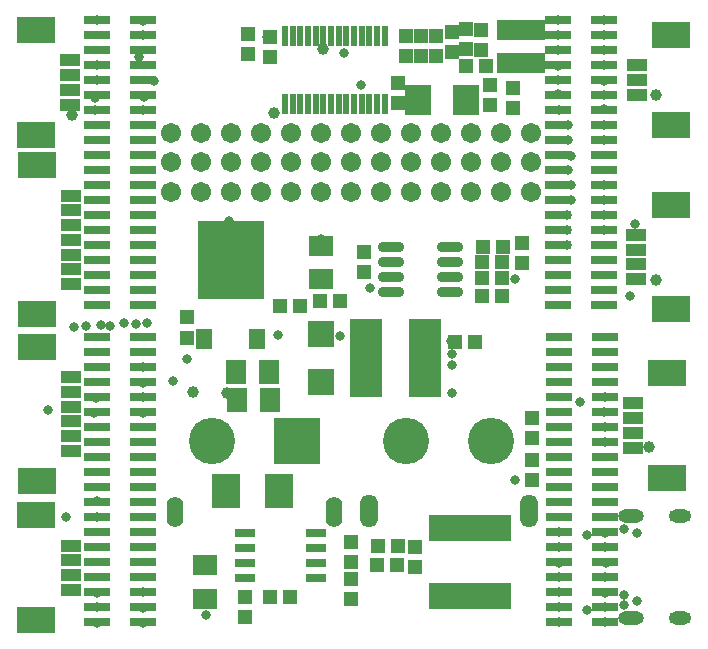
<source format=gts>
G04*
G04 #@! TF.GenerationSoftware,Altium Limited,Altium Designer,24.4.1 (13)*
G04*
G04 Layer_Color=8388736*
%FSLAX44Y44*%
%MOMM*%
G71*
G04*
G04 #@! TF.SameCoordinates,5A4A1F7D-102A-4DB2-8EF6-149E98EE43DC*
G04*
G04*
G04 #@! TF.FilePolarity,Negative*
G04*
G01*
G75*
%ADD34R,2.2032X0.6532*%
%ADD35R,0.6132X1.7732*%
%ADD36R,1.2032X1.3032*%
%ADD37R,1.3032X1.2032*%
%ADD38R,2.0032X1.8032*%
%ADD39R,2.2032X2.6032*%
%ADD40R,2.4032X3.0032*%
%ADD41R,6.9132X2.2032*%
%ADD42R,1.8032X0.8032*%
G04:AMPARAMS|DCode=43|XSize=2.1732mm|YSize=0.8032mm|CornerRadius=0.2636mm|HoleSize=0mm|Usage=FLASHONLY|Rotation=0.000|XOffset=0mm|YOffset=0mm|HoleType=Round|Shape=RoundedRectangle|*
%AMROUNDEDRECTD43*
21,1,2.1732,0.2760,0,0,0.0*
21,1,1.6460,0.8032,0,0,0.0*
1,1,0.5272,0.8230,-0.1380*
1,1,0.5272,-0.8230,-0.1380*
1,1,0.5272,-0.8230,0.1380*
1,1,0.5272,0.8230,0.1380*
%
%ADD43ROUNDEDRECTD43*%
%ADD44R,5.7032X6.7032*%
%ADD45R,1.4032X1.7032*%
%ADD46R,2.2032X2.2032*%
%ADD47R,1.8032X1.0032*%
%ADD48R,3.2032X2.3032*%
%ADD49R,2.7032X6.7032*%
%ADD50R,1.8032X2.0032*%
%ADD51O,1.5032X2.8032*%
%ADD52C,3.9192*%
%ADD53O,1.4032X2.6032*%
%ADD54R,3.9192X3.9192*%
%ADD55O,2.2032X1.1032*%
%ADD56O,1.9032X1.1032*%
%ADD57C,0.8032*%
%ADD58C,1.7032*%
%ADD59C,1.0032*%
D34*
X329000Y1350000D02*
D03*
Y1337300D02*
D03*
Y1324600D02*
D03*
Y1311900D02*
D03*
Y1273800D02*
D03*
Y1286500D02*
D03*
Y1299200D02*
D03*
Y1261100D02*
D03*
Y1248400D02*
D03*
Y1235700D02*
D03*
Y1223000D02*
D03*
Y1210300D02*
D03*
Y1172200D02*
D03*
Y1184900D02*
D03*
Y1197600D02*
D03*
Y1159500D02*
D03*
Y1146800D02*
D03*
Y1134100D02*
D03*
Y1121400D02*
D03*
Y1108700D02*
D03*
X290000Y1350000D02*
D03*
Y1337300D02*
D03*
Y1324600D02*
D03*
Y1311900D02*
D03*
Y1273800D02*
D03*
Y1286500D02*
D03*
Y1299200D02*
D03*
Y1261100D02*
D03*
Y1248400D02*
D03*
Y1235700D02*
D03*
Y1223000D02*
D03*
Y1210300D02*
D03*
Y1172200D02*
D03*
Y1184900D02*
D03*
Y1197600D02*
D03*
Y1159500D02*
D03*
Y1146800D02*
D03*
Y1134100D02*
D03*
Y1121400D02*
D03*
Y1108700D02*
D03*
X681000Y840100D02*
D03*
Y852800D02*
D03*
Y865500D02*
D03*
Y878200D02*
D03*
Y890900D02*
D03*
Y929000D02*
D03*
Y916300D02*
D03*
Y903600D02*
D03*
Y941700D02*
D03*
Y954400D02*
D03*
Y967100D02*
D03*
Y979800D02*
D03*
Y992500D02*
D03*
Y1030600D02*
D03*
Y1017900D02*
D03*
Y1005200D02*
D03*
Y1043300D02*
D03*
Y1056000D02*
D03*
Y1068700D02*
D03*
Y1081400D02*
D03*
X720000Y840100D02*
D03*
Y852800D02*
D03*
Y865500D02*
D03*
Y878200D02*
D03*
Y890900D02*
D03*
Y929000D02*
D03*
Y916300D02*
D03*
Y903600D02*
D03*
Y941700D02*
D03*
Y954400D02*
D03*
Y967100D02*
D03*
Y979800D02*
D03*
Y992500D02*
D03*
Y1030600D02*
D03*
Y1017900D02*
D03*
Y1005200D02*
D03*
Y1043300D02*
D03*
Y1056000D02*
D03*
Y1068700D02*
D03*
Y1081400D02*
D03*
X680750Y1108700D02*
D03*
Y1121400D02*
D03*
Y1134100D02*
D03*
Y1146800D02*
D03*
Y1159500D02*
D03*
Y1197600D02*
D03*
Y1184900D02*
D03*
Y1172200D02*
D03*
Y1210300D02*
D03*
Y1223000D02*
D03*
Y1235700D02*
D03*
Y1248400D02*
D03*
Y1261100D02*
D03*
Y1299200D02*
D03*
Y1286500D02*
D03*
Y1273800D02*
D03*
Y1311900D02*
D03*
Y1324600D02*
D03*
Y1337300D02*
D03*
Y1350000D02*
D03*
X719750Y1108700D02*
D03*
Y1121400D02*
D03*
Y1134100D02*
D03*
Y1146800D02*
D03*
Y1159500D02*
D03*
Y1197600D02*
D03*
Y1184900D02*
D03*
Y1172200D02*
D03*
Y1210300D02*
D03*
Y1223000D02*
D03*
Y1235700D02*
D03*
Y1248400D02*
D03*
Y1261100D02*
D03*
Y1299200D02*
D03*
Y1286500D02*
D03*
Y1273800D02*
D03*
Y1311900D02*
D03*
Y1324600D02*
D03*
Y1337300D02*
D03*
Y1350000D02*
D03*
X290000Y840100D02*
D03*
Y852800D02*
D03*
Y865500D02*
D03*
Y878200D02*
D03*
Y890900D02*
D03*
Y929000D02*
D03*
Y916300D02*
D03*
Y903600D02*
D03*
Y941700D02*
D03*
Y954400D02*
D03*
Y967100D02*
D03*
Y979800D02*
D03*
Y992500D02*
D03*
Y1030600D02*
D03*
Y1017900D02*
D03*
Y1005200D02*
D03*
Y1043300D02*
D03*
Y1056000D02*
D03*
Y1068700D02*
D03*
Y1081400D02*
D03*
X329000Y840100D02*
D03*
Y852800D02*
D03*
Y865500D02*
D03*
Y878200D02*
D03*
Y890900D02*
D03*
Y929000D02*
D03*
Y916300D02*
D03*
Y903600D02*
D03*
Y941700D02*
D03*
Y954400D02*
D03*
Y967100D02*
D03*
Y979800D02*
D03*
Y992500D02*
D03*
Y1030600D02*
D03*
Y1017900D02*
D03*
Y1005200D02*
D03*
Y1043300D02*
D03*
Y1056000D02*
D03*
Y1068700D02*
D03*
Y1081400D02*
D03*
D35*
X449250Y1279250D02*
D03*
X455750D02*
D03*
X462250D02*
D03*
X468750D02*
D03*
X475250D02*
D03*
X481750D02*
D03*
X488250D02*
D03*
X494750D02*
D03*
X501250D02*
D03*
X507750D02*
D03*
X514250D02*
D03*
X520750D02*
D03*
X527250D02*
D03*
X533750D02*
D03*
X449250Y1336750D02*
D03*
X455750D02*
D03*
X462250D02*
D03*
X468750D02*
D03*
X475250D02*
D03*
X481750D02*
D03*
X488250D02*
D03*
X494750D02*
D03*
X501250D02*
D03*
X507750D02*
D03*
X514250D02*
D03*
X520750D02*
D03*
X527250D02*
D03*
X533750D02*
D03*
D36*
X417750Y1338000D02*
D03*
Y1321000D02*
D03*
X436500Y1318500D02*
D03*
Y1335500D02*
D03*
X577250Y1336500D02*
D03*
Y1319500D02*
D03*
X564500Y1319250D02*
D03*
Y1336250D02*
D03*
X551750Y1319500D02*
D03*
Y1336500D02*
D03*
X590250Y1322750D02*
D03*
Y1339750D02*
D03*
X602250Y1325250D02*
D03*
Y1342250D02*
D03*
X615500Y1341750D02*
D03*
Y1324750D02*
D03*
X544750Y1279500D02*
D03*
Y1296500D02*
D03*
X642250Y1275500D02*
D03*
Y1292500D02*
D03*
X623000Y1278250D02*
D03*
Y1295250D02*
D03*
X658250Y1013500D02*
D03*
Y996500D02*
D03*
Y960500D02*
D03*
Y977500D02*
D03*
X415000Y861750D02*
D03*
Y844750D02*
D03*
X505500Y891500D02*
D03*
Y908500D02*
D03*
X559500Y886750D02*
D03*
Y903750D02*
D03*
X505250Y876750D02*
D03*
Y859750D02*
D03*
X366250Y1081250D02*
D03*
Y1098250D02*
D03*
X516000Y1137000D02*
D03*
Y1154000D02*
D03*
X650000Y1144250D02*
D03*
Y1161250D02*
D03*
D37*
X619500Y1311500D02*
D03*
X602500D02*
D03*
X436500Y861250D02*
D03*
X453500D02*
D03*
X544500Y888250D02*
D03*
X527500D02*
D03*
X527750Y904750D02*
D03*
X544750D02*
D03*
X444750Y1108000D02*
D03*
X461750D02*
D03*
X633250Y1116500D02*
D03*
X616250D02*
D03*
X616000Y1131250D02*
D03*
X633000D02*
D03*
X616250Y1145500D02*
D03*
X633250D02*
D03*
X633500Y1158250D02*
D03*
X616500D02*
D03*
X478750Y1112500D02*
D03*
X495750D02*
D03*
X610000Y1077500D02*
D03*
X593000D02*
D03*
D38*
X659000Y1313500D02*
D03*
Y1341500D02*
D03*
X638750Y1313500D02*
D03*
Y1341500D02*
D03*
X381500Y860250D02*
D03*
Y888250D02*
D03*
X479500Y1130500D02*
D03*
Y1158500D02*
D03*
D39*
X602250Y1282750D02*
D03*
X562250D02*
D03*
D40*
X399000Y951250D02*
D03*
X444000D02*
D03*
D41*
X606250Y862000D02*
D03*
Y919720D02*
D03*
D42*
X475250Y877450D02*
D03*
X415250Y915550D02*
D03*
Y902850D02*
D03*
Y890150D02*
D03*
Y877450D02*
D03*
X475250Y915550D02*
D03*
Y902850D02*
D03*
Y890150D02*
D03*
D43*
X588750Y1157550D02*
D03*
Y1144850D02*
D03*
Y1132150D02*
D03*
Y1119450D02*
D03*
X539250D02*
D03*
Y1132150D02*
D03*
Y1144850D02*
D03*
Y1157550D02*
D03*
D44*
X403275Y1146925D02*
D03*
D45*
X425500Y1080250D02*
D03*
X381050D02*
D03*
D46*
X479750Y1044000D02*
D03*
Y1084000D02*
D03*
D47*
X268250Y1201500D02*
D03*
Y1189000D02*
D03*
Y1176500D02*
D03*
Y1164000D02*
D03*
Y1151500D02*
D03*
Y1139000D02*
D03*
Y1126500D02*
D03*
X746750Y1130600D02*
D03*
Y1143100D02*
D03*
Y1155600D02*
D03*
Y1168100D02*
D03*
X747250Y1311750D02*
D03*
Y1299250D02*
D03*
Y1286750D02*
D03*
X267750Y905150D02*
D03*
Y892650D02*
D03*
Y880150D02*
D03*
Y867650D02*
D03*
X267250Y1316000D02*
D03*
Y1303500D02*
D03*
Y1291000D02*
D03*
Y1278500D02*
D03*
X268000Y1047750D02*
D03*
Y1035250D02*
D03*
Y1022750D02*
D03*
Y1010250D02*
D03*
Y997750D02*
D03*
Y985250D02*
D03*
X743750Y988100D02*
D03*
Y1000600D02*
D03*
Y1013100D02*
D03*
Y1025600D02*
D03*
D48*
X239250Y1227000D02*
D03*
Y1101000D02*
D03*
X775750Y1105100D02*
D03*
Y1193600D02*
D03*
X776250Y1337250D02*
D03*
Y1261250D02*
D03*
X238750Y930650D02*
D03*
Y842150D02*
D03*
X238250Y1341500D02*
D03*
Y1253000D02*
D03*
X239000Y1073250D02*
D03*
Y959750D02*
D03*
X772750Y962600D02*
D03*
Y1051100D02*
D03*
D49*
X567750Y1063500D02*
D03*
X517750D02*
D03*
D50*
X407500Y1051750D02*
D03*
X435500D02*
D03*
X408500Y1028000D02*
D03*
X436500D02*
D03*
D51*
X520500Y934000D02*
D03*
X655500D02*
D03*
D52*
X624000Y994000D02*
D03*
X552000D02*
D03*
X387500Y993250D02*
D03*
D53*
X491000Y933250D02*
D03*
X356000D02*
D03*
D54*
X459500Y993250D02*
D03*
D55*
X741990Y930198D02*
D03*
Y843698D02*
D03*
D56*
X783690Y930198D02*
D03*
Y843698D02*
D03*
D57*
X746890Y915848D02*
D03*
Y858048D02*
D03*
X720000Y852800D02*
D03*
X644000Y961000D02*
D03*
X720000Y840100D02*
D03*
X681000D02*
D03*
Y852800D02*
D03*
Y865500D02*
D03*
X719000Y1311600D02*
D03*
X325947Y1318947D02*
D03*
X329250Y1337000D02*
D03*
X499500Y1322250D02*
D03*
X381500Y888250D02*
D03*
X719500Y1261250D02*
D03*
Y1274500D02*
D03*
X719000Y1286500D02*
D03*
X719250Y1298750D02*
D03*
X719000Y1248750D02*
D03*
X330250Y1285000D02*
D03*
X338611Y1298504D02*
D03*
X288750Y1274250D02*
D03*
X328750Y1273750D02*
D03*
X288500Y1284250D02*
D03*
X427000Y1130500D02*
D03*
X480000Y1045750D02*
D03*
X681250Y1274000D02*
D03*
X680000Y1287750D02*
D03*
X680750Y1299250D02*
D03*
X332000Y1093750D02*
D03*
X322750Y1093000D02*
D03*
X301250Y1091250D02*
D03*
X280500Y1090750D02*
D03*
X293750Y1091500D02*
D03*
X313000Y1093250D02*
D03*
X271000Y1090000D02*
D03*
X591000Y1067500D02*
D03*
X590750Y1057750D02*
D03*
X589500Y1078000D02*
D03*
X590750Y1034500D02*
D03*
X610000Y1077500D02*
D03*
X644366Y1130591D02*
D03*
X521500Y1123250D02*
D03*
X427000Y1145250D02*
D03*
Y1136250D02*
D03*
X426500Y1118500D02*
D03*
X496000Y1082250D02*
D03*
X479750Y1164750D02*
D03*
X461750Y1108000D02*
D03*
X478250Y1112750D02*
D03*
X248500Y1020000D02*
D03*
X354500Y1044500D02*
D03*
X366000Y1062750D02*
D03*
X719500Y1185250D02*
D03*
X719250Y1172500D02*
D03*
X287600Y1017779D02*
D03*
X329250Y1017750D02*
D03*
X699000Y1027000D02*
D03*
X741250Y1116250D02*
D03*
X290000Y1299250D02*
D03*
X425500Y1080250D02*
D03*
X443750Y1083000D02*
D03*
X402000Y1179500D02*
D03*
X681250Y890750D02*
D03*
Y878500D02*
D03*
X264000Y929500D02*
D03*
X720000Y915750D02*
D03*
X681250Y903750D02*
D03*
X681000Y916500D02*
D03*
X720000Y865250D02*
D03*
Y878250D02*
D03*
X745750Y1177750D02*
D03*
X680750Y1324600D02*
D03*
Y1337300D02*
D03*
Y1350000D02*
D03*
X719750D02*
D03*
Y1337300D02*
D03*
Y1324600D02*
D03*
X513500Y1295000D02*
D03*
X290250Y942750D02*
D03*
X290000Y929500D02*
D03*
X289500Y1029750D02*
D03*
X329250Y1349500D02*
D03*
X290000Y1349750D02*
D03*
X290000Y1311900D02*
D03*
X417250Y1321500D02*
D03*
X290000Y839500D02*
D03*
X289750Y853000D02*
D03*
X290000Y865250D02*
D03*
X329000Y865500D02*
D03*
Y852500D02*
D03*
Y839500D02*
D03*
X691750Y1197500D02*
D03*
Y1210750D02*
D03*
Y1235331D02*
D03*
X688750Y1223500D02*
D03*
X689250Y1261500D02*
D03*
Y1248250D02*
D03*
X688250Y1185000D02*
D03*
X688000Y1172500D02*
D03*
Y1159500D02*
D03*
X680500Y1311250D02*
D03*
X719000Y1210750D02*
D03*
X719250Y1197750D02*
D03*
X720000Y904250D02*
D03*
X720750Y890750D02*
D03*
X704750Y913750D02*
D03*
Y850500D02*
D03*
X736190Y854948D02*
D03*
Y918948D02*
D03*
Y862948D02*
D03*
X720250Y992750D02*
D03*
X720000Y1005500D02*
D03*
Y1030500D02*
D03*
X719750Y1018000D02*
D03*
X329250Y1056250D02*
D03*
X329000Y1043000D02*
D03*
X329250Y1031000D02*
D03*
X415000Y844750D02*
D03*
X382250Y846000D02*
D03*
X634000Y858250D02*
D03*
X586000Y866750D02*
D03*
X578000D02*
D03*
X626000Y867000D02*
D03*
X633750D02*
D03*
X623000Y1295250D02*
D03*
X615500Y1341750D02*
D03*
X590250Y1339750D02*
D03*
D58*
X353100Y1254750D02*
D03*
X657900D02*
D03*
X378500D02*
D03*
X403900D02*
D03*
X429300D02*
D03*
X454700D02*
D03*
X480100D02*
D03*
X505500D02*
D03*
X530900D02*
D03*
X556300D02*
D03*
X581700D02*
D03*
X607100D02*
D03*
X632500D02*
D03*
X353100Y1229750D02*
D03*
X378500D02*
D03*
X403900D02*
D03*
X429300D02*
D03*
X454700D02*
D03*
X480100D02*
D03*
X505500D02*
D03*
X530900D02*
D03*
X556300D02*
D03*
X581700D02*
D03*
X607100D02*
D03*
X632500D02*
D03*
X657900D02*
D03*
X353000Y1204750D02*
D03*
X378400D02*
D03*
X403800D02*
D03*
X429200D02*
D03*
X454600D02*
D03*
X480000D02*
D03*
X505400D02*
D03*
X530800D02*
D03*
X556200D02*
D03*
X581600D02*
D03*
X607000D02*
D03*
X632400D02*
D03*
X657800D02*
D03*
D59*
X481750Y1325668D02*
D03*
X763000Y1130000D02*
D03*
X757250Y988250D02*
D03*
X763000Y1287000D02*
D03*
X642500Y1275250D02*
D03*
X268669Y1269669D02*
D03*
X418500Y1337750D02*
D03*
X435000Y1335750D02*
D03*
X440000Y1271500D02*
D03*
X551750Y1336500D02*
D03*
X564500Y1336250D02*
D03*
X577250Y1336500D02*
D03*
X590250Y1322750D02*
D03*
X615500Y1324750D02*
D03*
X371750Y1035000D02*
D03*
X399750Y1034000D02*
D03*
M02*

</source>
